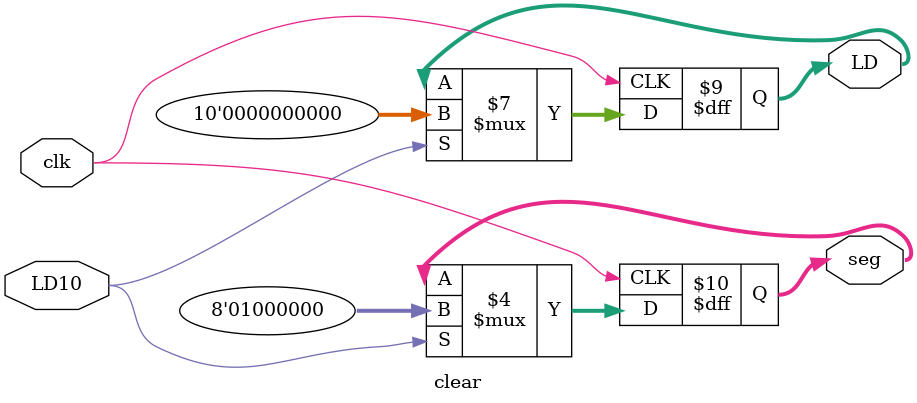
<source format=v>
module clear(
    input   LD10,
    input   clk,
    output  reg [9:0]   LD,
    output  reg [7:0]   seg
);
    always@(posedge clk)begin
        if(LD10 == 1'b1)begin
            LD[9:0] <= 10'b0000000000;
            seg[7:0] <= 8'b01000000;
        end
        else begin
            LD=LD;
            seg=seg;
        end
    end
endmodule
</source>
